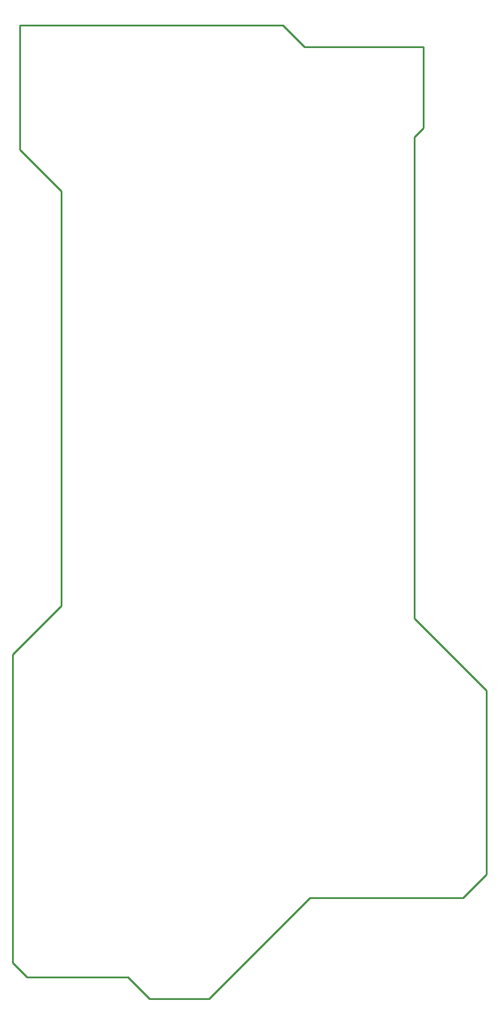
<source format=gko>
G04 start of page 4 for group 7 idx 7 *
G04 Title: (unknown), outline *
G04 Creator: pcb 20110918 *
G04 CreationDate: Thu 04 Jul 2013 01:29:42 AM GMT UTC *
G04 For: tyrian *
G04 Format: Gerber/RS-274X *
G04 PCB-Dimensions: 270000 560000 *
G04 PCB-Coordinate-Origin: lower left *
%MOIN*%
%FSLAX25Y25*%
%LNOUTLINE*%
%ADD41C,0.0100*%
G54D41*X267000Y174000D02*Y72000D01*
X254000Y59000D01*
X169000D01*
X113000Y3000D01*
X80000D01*
X68000Y15000D01*
X12000D01*
X4000Y23000D01*
Y194000D01*
X31000Y221000D01*
X227000Y481000D02*Y214000D01*
X267000Y174000D01*
X8000Y543000D02*X154000D01*
X166000Y531000D01*
X232000D01*
Y486000D01*
X227000Y481000D01*
X31000Y221000D02*Y451000D01*
X8000Y474000D01*
Y543000D01*
M02*

</source>
